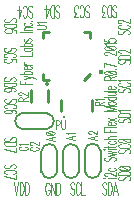
<source format=gto>
G04 DipTrace 2.4.0.2*
%INi2cswitch.gto*%
%MOMM*%
%ADD10C,0.25*%
%ADD15C,0.152*%
%ADD24O,0.33X0.322*%
%ADD27O,0.377X0.312*%
%ADD32O,0.4X0.437*%
%ADD58C,0.118*%
%ADD59C,0.111*%
%FSLAX53Y53*%
G04*
G71*
G90*
G75*
G01*
%LNTopSilk*%
%LPD*%
X15452Y15889D2*
D15*
G02X16802Y15889I675J-80D01*
G01*
Y14187D2*
G02X15452Y14187I-675J80D01*
G01*
X16802Y14149D2*
Y15927D1*
X15452Y14149D2*
Y15927D1*
X17285Y15887D2*
G02X18635Y15887I675J-80D01*
G01*
Y14184D2*
G02X17285Y14184I-675J80D01*
G01*
X18635Y14146D2*
Y15924D1*
X17285Y14146D2*
Y15924D1*
X19116Y15916D2*
G02X20466Y15916I675J-80D01*
G01*
Y14213D2*
G02X19116Y14213I-675J80D01*
G01*
X20466Y14175D2*
Y15953D1*
X19116Y14175D2*
Y15953D1*
X17144Y19310D2*
D10*
Y20210D1*
X19744Y19310D2*
Y20210D1*
D24*
X17375Y18749D3*
X16008Y21054D2*
D10*
Y20054D1*
X14608Y21054D2*
Y20054D1*
D27*
X15929Y21525D3*
D32*
X20497Y22571D3*
X19580Y22427D2*
D10*
X19080Y21926D1*
X16080D2*
X15580D1*
Y22427D1*
Y25426D2*
Y25927D1*
X16080D1*
X19580Y25426D2*
Y25927D1*
X19080D1*
X13832Y17755D2*
D15*
G02X13832Y19105I80J675D01*
G01*
X15907D2*
G02X15907Y17755I-80J-675D01*
G01*
X15869Y19105D2*
X13870D1*
X15869Y17755D2*
X13870D1*
X16589Y17113D2*
D58*
X15824Y16938D1*
X16589Y16763D1*
X16334Y16829D2*
Y17048D1*
X15825Y17386D2*
X15861Y17320D1*
X15970Y17276D1*
X16152Y17255D1*
X16262D1*
X16444Y17276D1*
X16553Y17320D1*
X16589Y17386D1*
Y17429D1*
X16553Y17495D1*
X16444Y17539D1*
X16262Y17561D1*
X16152D1*
X15970Y17539D1*
X15861Y17495D1*
X15825Y17429D1*
Y17386D1*
X15970Y17539D2*
X16444Y17276D1*
X18335Y17202D2*
X17570Y17026D1*
X18335Y16852D1*
X18080Y16917D2*
Y17136D1*
X17716Y17343D2*
X17679Y17387D1*
X17571Y17453D1*
X18335D1*
X20207Y17175D2*
X19441Y16999D1*
X20207Y16824D1*
X19952Y16890D2*
Y17109D1*
X19624Y17338D2*
X19588D1*
X19515Y17360D1*
X19478Y17382D1*
X19442Y17426D1*
Y17513D1*
X19478Y17556D1*
X19515Y17578D1*
X19588Y17600D1*
X19660D1*
X19734Y17578D1*
X19842Y17535D1*
X20207Y17316D1*
Y17622D1*
X13706Y16267D2*
X13634Y16246D1*
X13560Y16202D1*
X13524Y16158D1*
Y16071D1*
X13560Y16027D1*
X13634Y15983D1*
X13706Y15961D1*
X13815Y15939D1*
X13998D1*
X14107Y15961D1*
X14180Y15983D1*
X14253Y16027D1*
X14290Y16071D1*
Y16158D1*
X14253Y16202D1*
X14180Y16246D1*
X14107Y16267D1*
X13671Y16409D2*
X13634Y16453D1*
X13525Y16518D1*
X14290D1*
X14633Y16250D2*
X14561Y16228D1*
X14487Y16184D1*
X14451Y16140D1*
Y16053D1*
X14487Y16009D1*
X14561Y15965D1*
X14633Y15943D1*
X14743Y15922D1*
X14925D1*
X15034Y15943D1*
X15107Y15965D1*
X15180Y16009D1*
X15217Y16053D1*
Y16140D1*
X15180Y16184D1*
X15107Y16228D1*
X15034Y16250D1*
X14634Y16413D2*
X14598D1*
X14524Y16435D1*
X14488Y16456D1*
X14452Y16500D1*
Y16588D1*
X14488Y16631D1*
X14524Y16653D1*
X14598Y16675D1*
X14670D1*
X14743Y16653D1*
X14852Y16610D1*
X15217Y16391D1*
Y16697D1*
X20351Y19760D2*
Y19957D1*
X20314Y20023D1*
X20277Y20045D1*
X20205Y20067D1*
X20132D1*
X20059Y20045D1*
X20022Y20023D1*
X19986Y19957D1*
Y19760D1*
X20752D1*
X20351Y19913D2*
X20752Y20067D1*
X20133Y20208D2*
X20095Y20252D1*
X19987Y20317D1*
X20752D1*
X13883Y20125D2*
Y20321D1*
X13846Y20387D1*
X13810Y20409D1*
X13738Y20431D1*
X13664D1*
X13592Y20409D1*
X13555Y20387D1*
X13519Y20321D1*
Y20125D1*
X14284D1*
X13883Y20278D2*
X14284Y20431D1*
X13701Y20594D2*
X13665D1*
X13592Y20616D1*
X13556Y20638D1*
X13519Y20682D1*
Y20769D1*
X13556Y20813D1*
X13592Y20834D1*
X13665Y20857D1*
X13738D1*
X13811Y20834D1*
X13920Y20791D1*
X14284Y20572D1*
Y20878D1*
X15092Y26229D2*
X15638D1*
X15748Y26251D1*
X15820Y26295D1*
X15857Y26360D1*
Y26404D1*
X15820Y26470D1*
X15748Y26513D1*
X15638Y26535D1*
X15092D1*
X15238Y26676D2*
X15201Y26720D1*
X15092Y26786D1*
X15857D1*
X16696Y18111D2*
X16893D1*
X16958Y18147D1*
X16980Y18184D1*
X17002Y18256D1*
Y18366D1*
X16980Y18438D1*
X16958Y18475D1*
X16893Y18511D1*
X16696D1*
Y17746D1*
X17143Y18511D2*
Y17965D1*
X17165Y17855D1*
X17209Y17783D1*
X17275Y17746D1*
X17318D1*
X17384Y17783D1*
X17428Y17855D1*
X17449Y17965D1*
Y18511D1*
X20960Y13082D2*
D59*
X20911Y13180D1*
X20838Y13228D1*
X20741D1*
X20668Y13180D1*
X20619Y13082D1*
Y12986D1*
X20644Y12888D1*
X20668Y12840D1*
X20717Y12791D1*
X20863Y12694D1*
X20911Y12645D1*
X20936Y12596D1*
X20960Y12499D1*
Y12353D1*
X20911Y12257D1*
X20838Y12207D1*
X20741D1*
X20668Y12257D1*
X20619Y12353D1*
X21071Y13228D2*
Y12207D1*
X21241D1*
X21314Y12257D1*
X21363Y12353D1*
X21387Y12451D1*
X21411Y12596D1*
Y12840D1*
X21387Y12986D1*
X21363Y13082D1*
X21314Y13180D1*
X21241Y13228D1*
X21071D1*
X21911Y12207D2*
X21716Y13228D1*
X21522Y12207D1*
X21595Y12548D2*
X21838D1*
X18242Y13085D2*
X18194Y13182D1*
X18121Y13231D1*
X18024D1*
X17951Y13182D1*
X17902Y13085D1*
Y12988D1*
X17927Y12890D1*
X17951Y12842D1*
X17999Y12794D1*
X18145Y12696D1*
X18194Y12648D1*
X18218Y12598D1*
X18242Y12502D1*
Y12356D1*
X18194Y12259D1*
X18121Y12210D1*
X18024D1*
X17951Y12259D1*
X17902Y12356D1*
X18718Y12988D2*
X18694Y13085D1*
X18645Y13182D1*
X18596Y13231D1*
X18499D1*
X18450Y13182D1*
X18402Y13085D1*
X18377Y12988D1*
X18353Y12842D1*
Y12598D1*
X18377Y12454D1*
X18402Y12356D1*
X18450Y12259D1*
X18499Y12210D1*
X18596D1*
X18645Y12259D1*
X18694Y12356D1*
X18718Y12454D1*
X18829Y13231D2*
Y12210D1*
X19120D1*
X22123Y23605D2*
X22026Y23556D1*
X21977Y23483D1*
Y23386D1*
X22026Y23313D1*
X22123Y23264D1*
X22220D1*
X22318Y23289D1*
X22366Y23313D1*
X22414Y23362D1*
X22512Y23508D1*
X22560Y23556D1*
X22610Y23581D1*
X22706Y23605D1*
X22852D1*
X22949Y23556D1*
X22998Y23483D1*
Y23386D1*
X22949Y23313D1*
X22852Y23264D1*
X21977Y23716D2*
X22998D1*
Y23886D1*
X22949Y23959D1*
X22852Y24008D1*
X22754Y24032D1*
X22610Y24056D1*
X22366D1*
X22220Y24032D1*
X22123Y24008D1*
X22026Y23959D1*
X21977Y23886D1*
Y23716D1*
X22221Y24192D2*
X22173D1*
X22075Y24216D1*
X22027Y24240D1*
X21978Y24289D1*
Y24386D1*
X22027Y24434D1*
X22075Y24459D1*
X22173Y24483D1*
X22269D1*
X22367Y24459D1*
X22512Y24410D1*
X22998Y24167D1*
Y24507D1*
X22069Y26112D2*
X21971Y26063D1*
X21923Y25990D1*
Y25893D1*
X21971Y25820D1*
X22069Y25771D1*
X22166D1*
X22263Y25796D1*
X22312Y25820D1*
X22360Y25868D1*
X22458Y26014D1*
X22506Y26063D1*
X22555Y26087D1*
X22652Y26112D1*
X22798D1*
X22895Y26063D1*
X22944Y25990D1*
Y25893D1*
X22895Y25820D1*
X22798Y25771D1*
X22166Y26587D2*
X22069Y26563D1*
X21971Y26514D1*
X21923Y26466D1*
Y26369D1*
X21971Y26320D1*
X22069Y26272D1*
X22166Y26247D1*
X22312Y26223D1*
X22555D1*
X22700Y26247D1*
X22798Y26272D1*
X22895Y26320D1*
X22944Y26369D1*
Y26466D1*
X22895Y26514D1*
X22798Y26563D1*
X22700Y26587D1*
X22167Y26723D2*
X22119D1*
X22021Y26747D1*
X21973Y26771D1*
X21924Y26820D1*
Y26917D1*
X21973Y26966D1*
X22021Y26990D1*
X22119Y27014D1*
X22215D1*
X22313Y26990D1*
X22458Y26941D1*
X22944Y26698D1*
Y27039D1*
X21468Y27377D2*
X21516Y27280D1*
X21589Y27231D1*
X21686D1*
X21759Y27280D1*
X21808Y27377D1*
Y27474D1*
X21783Y27572D1*
X21759Y27620D1*
X21711Y27668D1*
X21565Y27766D1*
X21516Y27814D1*
X21492Y27864D1*
X21468Y27960D1*
Y28106D1*
X21516Y28203D1*
X21589Y28252D1*
X21686D1*
X21759Y28203D1*
X21808Y28106D1*
X21356Y27231D2*
Y28252D1*
X21186D1*
X21113Y28203D1*
X21064Y28106D1*
X21040Y28008D1*
X21016Y27864D1*
Y27620D1*
X21040Y27474D1*
X21064Y27377D1*
X21113Y27280D1*
X21186Y27231D1*
X21356D1*
X20856Y27232D2*
X20589D1*
X20735Y27621D1*
X20662D1*
X20614Y27669D1*
X20589Y27718D1*
X20565Y27864D1*
Y27960D1*
X20589Y28106D1*
X20638Y28204D1*
X20711Y28252D1*
X20784D1*
X20856Y28204D1*
X20880Y28154D1*
X20905Y28058D1*
X19162Y27349D2*
X19210Y27251D1*
X19283Y27203D1*
X19380D1*
X19453Y27251D1*
X19502Y27349D1*
Y27445D1*
X19478Y27543D1*
X19453Y27591D1*
X19405Y27640D1*
X19259Y27737D1*
X19210Y27786D1*
X19186Y27835D1*
X19162Y27932D1*
Y28078D1*
X19210Y28174D1*
X19283Y28224D1*
X19380D1*
X19453Y28174D1*
X19502Y28078D1*
X18686Y27445D2*
X18711Y27349D1*
X18759Y27251D1*
X18808Y27203D1*
X18905D1*
X18954Y27251D1*
X19002Y27349D1*
X19027Y27445D1*
X19051Y27591D1*
Y27835D1*
X19027Y27980D1*
X19002Y28078D1*
X18954Y28174D1*
X18905Y28224D1*
X18808D1*
X18759Y28174D1*
X18711Y28078D1*
X18686Y27980D1*
X18527Y27204D2*
X18260D1*
X18405Y27593D1*
X18332D1*
X18284Y27641D1*
X18260Y27689D1*
X18235Y27835D1*
Y27932D1*
X18260Y28078D1*
X18308Y28175D1*
X18381Y28224D1*
X18454D1*
X18527Y28175D1*
X18551Y28126D1*
X18575Y28029D1*
X22100Y18667D2*
X22002Y18618D1*
X21954Y18545D1*
Y18448D1*
X22002Y18375D1*
X22100Y18326D1*
X22196D1*
X22294Y18351D1*
X22342Y18375D1*
X22391Y18424D1*
X22488Y18570D1*
X22537Y18618D1*
X22586Y18643D1*
X22683Y18667D1*
X22829D1*
X22925Y18618D1*
X22975Y18545D1*
Y18448D1*
X22925Y18375D1*
X22829Y18326D1*
X21954Y18778D2*
X22975D1*
Y18948D1*
X22925Y19021D1*
X22829Y19070D1*
X22731Y19094D1*
X22586Y19118D1*
X22342D1*
X22196Y19094D1*
X22100Y19070D1*
X22002Y19021D1*
X21954Y18948D1*
Y18778D1*
X22149Y19229D2*
X22100Y19278D1*
X21955Y19351D1*
X22975D1*
X22103Y21222D2*
X22005Y21174D1*
X21957Y21101D1*
Y21004D1*
X22005Y20931D1*
X22103Y20882D1*
X22200D1*
X22297Y20907D1*
X22346Y20931D1*
X22394Y20979D1*
X22492Y21125D1*
X22540Y21174D1*
X22589Y21198D1*
X22686Y21222D1*
X22832D1*
X22929Y21174D1*
X22978Y21101D1*
Y21004D1*
X22929Y20931D1*
X22832Y20882D1*
X22200Y21698D2*
X22103Y21674D1*
X22005Y21625D1*
X21957Y21577D1*
Y21479D1*
X22005Y21431D1*
X22103Y21382D1*
X22200Y21358D1*
X22346Y21333D1*
X22589D1*
X22734Y21358D1*
X22832Y21382D1*
X22929Y21431D1*
X22978Y21479D1*
Y21577D1*
X22929Y21625D1*
X22832Y21674D1*
X22734Y21698D1*
X22153Y21809D2*
X22103Y21858D1*
X21958Y21931D1*
X22978D1*
X22118Y13738D2*
X22020Y13690D1*
X21972Y13617D1*
Y13520D1*
X22020Y13447D1*
X22118Y13398D1*
X22214D1*
X22312Y13423D1*
X22360Y13447D1*
X22408Y13495D1*
X22506Y13641D1*
X22554Y13690D1*
X22604Y13714D1*
X22700Y13738D1*
X22846D1*
X22943Y13690D1*
X22992Y13617D1*
Y13520D1*
X22943Y13447D1*
X22846Y13398D1*
X21972Y13849D2*
X22992D1*
Y14020D1*
X22943Y14093D1*
X22846Y14141D1*
X22749Y14166D1*
X22604Y14190D1*
X22360D1*
X22214Y14166D1*
X22118Y14141D1*
X22020Y14093D1*
X21972Y14020D1*
Y13849D1*
X21973Y14447D2*
X22021Y14374D1*
X22167Y14325D1*
X22410Y14301D1*
X22556D1*
X22798Y14325D1*
X22944Y14374D1*
X22992Y14447D1*
Y14495D1*
X22944Y14568D1*
X22798Y14616D1*
X22556Y14641D1*
X22410D1*
X22167Y14616D1*
X22021Y14568D1*
X21973Y14495D1*
Y14447D1*
X22167Y14616D2*
X22798Y14325D1*
X22127Y16023D2*
X22029Y15975D1*
X21981Y15902D1*
Y15805D1*
X22029Y15732D1*
X22127Y15683D1*
X22223D1*
X22321Y15708D1*
X22369Y15732D1*
X22418Y15780D1*
X22515Y15926D1*
X22564Y15975D1*
X22613Y15999D1*
X22710Y16023D1*
X22856D1*
X22952Y15975D1*
X23002Y15902D1*
Y15805D1*
X22952Y15732D1*
X22856Y15683D1*
X22223Y16499D2*
X22127Y16475D1*
X22029Y16426D1*
X21981Y16377D1*
Y16280D1*
X22029Y16231D1*
X22127Y16183D1*
X22223Y16158D1*
X22369Y16134D1*
X22613D1*
X22758Y16158D1*
X22856Y16183D1*
X22952Y16231D1*
X23002Y16280D1*
Y16377D1*
X22952Y16426D1*
X22856Y16475D1*
X22758Y16499D1*
X21982Y16756D2*
X22030Y16683D1*
X22176Y16634D1*
X22419Y16610D1*
X22565D1*
X22807Y16634D1*
X22953Y16683D1*
X23002Y16756D1*
Y16804D1*
X22953Y16877D1*
X22807Y16925D1*
X22565Y16950D1*
X22419D1*
X22176Y16925D1*
X22030Y16877D1*
X21982Y16804D1*
Y16756D1*
X22176Y16925D2*
X22807Y16634D1*
X16156Y12983D2*
X16132Y13080D1*
X16083Y13178D1*
X16035Y13226D1*
X15938D1*
X15889Y13178D1*
X15841Y13080D1*
X15816Y12983D1*
X15792Y12837D1*
Y12594D1*
X15816Y12449D1*
X15841Y12351D1*
X15889Y12254D1*
X15938Y12205D1*
X16035D1*
X16083Y12254D1*
X16132Y12351D1*
X16156Y12449D1*
Y12594D1*
X16035D1*
X16608Y13226D2*
Y12205D1*
X16267Y13226D1*
Y12205D1*
X16719Y13226D2*
Y12205D1*
X16889D1*
X16962Y12254D1*
X17011Y12351D1*
X17035Y12449D1*
X17059Y12594D1*
Y12837D1*
X17035Y12983D1*
X17011Y13080D1*
X16962Y13178D1*
X16889Y13226D1*
X16719D1*
X13113Y13227D2*
X13307Y12206D1*
X13502Y13227D1*
X13613D2*
Y12206D1*
X13783D1*
X13856Y12255D1*
X13905Y12352D1*
X13929Y12450D1*
X13953Y12595D1*
Y12838D1*
X13929Y12984D1*
X13905Y13081D1*
X13856Y13179D1*
X13783Y13227D1*
X13613D1*
X14064D2*
Y12206D1*
X14234D1*
X14307Y12255D1*
X14356Y12352D1*
X14380Y12450D1*
X14405Y12595D1*
Y12838D1*
X14380Y12984D1*
X14356Y13081D1*
X14307Y13179D1*
X14234Y13227D1*
X14064D1*
X16637Y27340D2*
X16685Y27242D1*
X16758Y27194D1*
X16855D1*
X16928Y27242D1*
X16977Y27340D1*
Y27436D1*
X16952Y27534D1*
X16928Y27582D1*
X16880Y27630D1*
X16734Y27728D1*
X16685Y27776D1*
X16661Y27826D1*
X16637Y27922D1*
Y28068D1*
X16685Y28165D1*
X16758Y28214D1*
X16855D1*
X16928Y28165D1*
X16977Y28068D1*
X16526Y27194D2*
Y28214D1*
X16356D1*
X16283Y28165D1*
X16234Y28068D1*
X16210Y27971D1*
X16185Y27826D1*
Y27582D1*
X16210Y27436D1*
X16234Y27340D1*
X16283Y27242D1*
X16356Y27194D1*
X16526D1*
X15831Y28214D2*
Y27195D1*
X16074Y27874D1*
X15710D1*
X14351Y27333D2*
X14399Y27235D1*
X14472Y27187D1*
X14569D1*
X14642Y27235D1*
X14691Y27333D1*
Y27429D1*
X14666Y27527D1*
X14642Y27575D1*
X14594Y27624D1*
X14448Y27721D1*
X14399Y27770D1*
X14375Y27819D1*
X14351Y27916D1*
Y28062D1*
X14399Y28158D1*
X14472Y28208D1*
X14569D1*
X14642Y28158D1*
X14691Y28062D1*
X13875Y27429D2*
X13899Y27333D1*
X13948Y27235D1*
X13996Y27187D1*
X14094D1*
X14142Y27235D1*
X14191Y27333D1*
X14215Y27429D1*
X14240Y27575D1*
Y27819D1*
X14215Y27964D1*
X14191Y28062D1*
X14142Y28158D1*
X14094Y28208D1*
X13996D1*
X13948Y28158D1*
X13899Y28062D1*
X13875Y27964D1*
X13521Y28208D2*
Y27188D1*
X13764Y27867D1*
X13400D1*
X13184Y26775D2*
X13281Y26823D1*
X13330Y26896D1*
Y26993D1*
X13281Y27066D1*
X13184Y27115D1*
X13087D1*
X12989Y27090D1*
X12941Y27066D1*
X12893Y27018D1*
X12795Y26872D1*
X12747Y26823D1*
X12697Y26799D1*
X12601Y26775D1*
X12455D1*
X12358Y26823D1*
X12309Y26896D1*
Y26993D1*
X12358Y27066D1*
X12455Y27115D1*
X13330Y26663D2*
X12309D1*
Y26493D1*
X12358Y26420D1*
X12455Y26371D1*
X12553Y26347D1*
X12697Y26323D1*
X12941D1*
X13087Y26347D1*
X13184Y26371D1*
X13281Y26420D1*
X13330Y26493D1*
Y26663D1*
X13329Y25921D2*
Y26163D1*
X12892Y26187D1*
X12940Y26163D1*
X12989Y26090D1*
Y26018D1*
X12940Y25945D1*
X12843Y25896D1*
X12697Y25872D1*
X12601D1*
X12455Y25896D1*
X12357Y25945D1*
X12309Y26018D1*
Y26090D1*
X12357Y26163D1*
X12407Y26187D1*
X12503Y26212D1*
X13159Y24296D2*
X13257Y24344D1*
X13305Y24417D1*
Y24514D1*
X13257Y24587D1*
X13159Y24636D1*
X13062D1*
X12965Y24612D1*
X12916Y24587D1*
X12868Y24539D1*
X12770Y24393D1*
X12722Y24344D1*
X12673Y24320D1*
X12576Y24296D1*
X12430D1*
X12334Y24344D1*
X12284Y24417D1*
Y24514D1*
X12334Y24587D1*
X12430Y24636D1*
X13062Y23820D2*
X13159Y23845D1*
X13257Y23893D1*
X13305Y23942D1*
Y24039D1*
X13257Y24088D1*
X13159Y24136D1*
X13062Y24161D1*
X12916Y24185D1*
X12673D1*
X12528Y24161D1*
X12430Y24136D1*
X12334Y24088D1*
X12284Y24039D1*
Y23942D1*
X12334Y23893D1*
X12430Y23845D1*
X12528Y23820D1*
X13304Y23418D2*
Y23660D1*
X12867Y23685D1*
X12915Y23660D1*
X12965Y23587D1*
Y23515D1*
X12915Y23442D1*
X12819Y23393D1*
X12673Y23369D1*
X12576D1*
X12430Y23393D1*
X12332Y23442D1*
X12284Y23515D1*
Y23587D1*
X12332Y23660D1*
X12382Y23685D1*
X12478Y23709D1*
X13155Y21791D2*
X13252Y21839D1*
X13301Y21912D1*
Y22009D1*
X13252Y22082D1*
X13155Y22131D1*
X13058D1*
X12960Y22107D1*
X12912Y22082D1*
X12864Y22034D1*
X12766Y21888D1*
X12718Y21839D1*
X12668Y21815D1*
X12572Y21791D1*
X12426D1*
X12329Y21839D1*
X12280Y21912D1*
Y22009D1*
X12329Y22082D1*
X12426Y22131D1*
X13301Y21680D2*
X12280D1*
Y21510D1*
X12329Y21437D1*
X12426Y21388D1*
X12523Y21364D1*
X12668Y21340D1*
X12912D1*
X13058Y21364D1*
X13155Y21388D1*
X13252Y21437D1*
X13301Y21510D1*
Y21680D1*
X13155Y20937D2*
X13251Y20961D1*
X13299Y21034D1*
Y21082D1*
X13251Y21155D1*
X13105Y21204D1*
X12863Y21228D1*
X12620D1*
X12426Y21204D1*
X12328Y21155D1*
X12280Y21082D1*
Y21058D1*
X12328Y20986D1*
X12426Y20937D1*
X12572Y20913D1*
X12620D1*
X12766Y20937D1*
X12863Y20986D1*
X12911Y21058D1*
Y21082D1*
X12863Y21155D1*
X12766Y21204D1*
X12620Y21228D1*
X13187Y19973D2*
X13285Y20021D1*
X13333Y20094D1*
Y20191D1*
X13285Y20264D1*
X13187Y20313D1*
X13091D1*
X12993Y20288D1*
X12945Y20264D1*
X12896Y20216D1*
X12799Y20070D1*
X12750Y20021D1*
X12701Y19997D1*
X12604Y19973D1*
X12458D1*
X12362Y20021D1*
X12312Y20094D1*
Y20191D1*
X12362Y20264D1*
X12458Y20313D1*
X13091Y19497D2*
X13187Y19521D1*
X13285Y19570D1*
X13333Y19618D1*
Y19716D1*
X13285Y19764D1*
X13187Y19813D1*
X13091Y19837D1*
X12945Y19862D1*
X12701D1*
X12556Y19837D1*
X12458Y19813D1*
X12362Y19764D1*
X12312Y19716D1*
Y19618D1*
X12362Y19570D1*
X12458Y19521D1*
X12556Y19497D1*
X13187Y19095D2*
X13284Y19119D1*
X13332Y19192D1*
Y19240D1*
X13284Y19313D1*
X13138Y19362D1*
X12895Y19386D1*
X12653D1*
X12458Y19362D1*
X12361Y19313D1*
X12312Y19240D1*
Y19216D1*
X12361Y19143D1*
X12458Y19095D1*
X12604Y19070D1*
X12653D1*
X12799Y19095D1*
X12895Y19143D1*
X12944Y19216D1*
Y19240D1*
X12895Y19313D1*
X12799Y19362D1*
X12653Y19386D1*
X13185Y16732D2*
X13283Y16780D1*
X13331Y16853D1*
Y16951D1*
X13283Y17024D1*
X13185Y17072D1*
X13088D1*
X12991Y17048D1*
X12942Y17024D1*
X12894Y16975D1*
X12796Y16829D1*
X12748Y16780D1*
X12699Y16756D1*
X12602Y16732D1*
X12456D1*
X12360Y16780D1*
X12310Y16853D1*
Y16951D1*
X12360Y17024D1*
X12456Y17072D1*
X13331Y16621D2*
X12310D1*
Y16451D1*
X12360Y16378D1*
X12456Y16329D1*
X12554Y16305D1*
X12699Y16281D1*
X12942D1*
X13088Y16305D1*
X13185Y16329D1*
X13283Y16378D1*
X13331Y16451D1*
Y16621D1*
X12310Y16072D2*
X13330Y15829D1*
Y16170D1*
X13166Y14427D2*
X13264Y14475D1*
X13312Y14548D1*
Y14645D1*
X13264Y14718D1*
X13166Y14767D1*
X13069D1*
X12972Y14742D1*
X12923Y14718D1*
X12875Y14670D1*
X12777Y14524D1*
X12729Y14475D1*
X12680Y14451D1*
X12583Y14427D1*
X12437D1*
X12341Y14475D1*
X12291Y14548D1*
Y14645D1*
X12341Y14718D1*
X12437Y14767D1*
X13069Y13951D2*
X13166Y13975D1*
X13264Y14024D1*
X13312Y14072D1*
Y14170D1*
X13264Y14218D1*
X13166Y14267D1*
X13069Y14291D1*
X12923Y14316D1*
X12680D1*
X12535Y14291D1*
X12437Y14267D1*
X12341Y14218D1*
X12291Y14170D1*
Y14072D1*
X12341Y14024D1*
X12437Y13975D1*
X12535Y13951D1*
X12291Y13743D2*
X13311Y13500D1*
Y13840D1*
X20753Y13589D2*
X20801Y13613D1*
X20753Y13638D1*
X20703Y13613D1*
X20753Y13589D1*
X21093Y13613D2*
X21774D1*
X20996Y13773D2*
X20948D1*
X20850Y13797D1*
X20802Y13822D1*
X20754Y13870D1*
Y13968D1*
X20802Y14016D1*
X20850Y14040D1*
X20948Y14065D1*
X21045D1*
X21142Y14040D1*
X21287Y13992D1*
X21774Y13749D1*
Y14089D1*
X21239Y14492D2*
X21141Y14443D1*
X21093Y14394D1*
Y14322D1*
X21141Y14273D1*
X21239Y14225D1*
X21385Y14200D1*
X21482D1*
X21628Y14225D1*
X21724Y14273D1*
X21774Y14322D1*
Y14394D1*
X21724Y14443D1*
X21628Y14492D1*
X20899Y15391D2*
X20801Y15343D1*
X20753Y15270D1*
Y15173D1*
X20801Y15100D1*
X20899Y15051D1*
X20995D1*
X21093Y15076D1*
X21141Y15100D1*
X21190Y15148D1*
X21287Y15294D1*
X21336Y15343D1*
X21385Y15367D1*
X21482Y15391D1*
X21628D1*
X21724Y15343D1*
X21774Y15270D1*
Y15173D1*
X21724Y15100D1*
X21628Y15051D1*
X21093Y15503D2*
X21774Y15600D1*
X21093Y15697D1*
X21774Y15794D1*
X21093Y15891D1*
X20753Y16002D2*
X20801Y16026D1*
X20753Y16051D1*
X20703Y16026D1*
X20753Y16002D1*
X21093Y16026D2*
X21774D1*
X20753Y16235D2*
X21579D1*
X21724Y16259D1*
X21774Y16308D1*
Y16357D1*
X21093Y16162D2*
Y16332D1*
X21239Y16760D2*
X21141Y16711D1*
X21093Y16662D1*
Y16589D1*
X21141Y16541D1*
X21239Y16492D1*
X21385Y16468D1*
X21482D1*
X21628Y16492D1*
X21724Y16541D1*
X21774Y16589D1*
Y16662D1*
X21724Y16711D1*
X21628Y16760D1*
X20753Y16871D2*
X21774D1*
X21287D2*
X21141Y16944D1*
X21093Y16993D1*
Y17066D1*
X21141Y17114D1*
X21287Y17138D1*
X21774D1*
X20744Y17831D2*
Y17515D1*
X21765D1*
X21231D2*
Y17709D1*
X20744Y17942D2*
X21765D1*
X21377Y18053D2*
Y18345D1*
X21279D1*
X21181Y18320D1*
X21133Y18296D1*
X21085Y18247D1*
Y18174D1*
X21133Y18126D1*
X21231Y18077D1*
X21377Y18053D1*
X21473D1*
X21619Y18077D1*
X21716Y18126D1*
X21765Y18174D1*
Y18247D1*
X21716Y18296D1*
X21619Y18345D1*
X21085Y18456D2*
X21765Y18723D1*
X21085D2*
X21765Y18456D1*
Y19671D2*
X20744D1*
X21765Y19476D1*
X20744Y19282D1*
X21765D1*
X21085Y19903D2*
X21133Y19855D1*
X21231Y19806D1*
X21377Y19782D1*
X21473D1*
X21619Y19806D1*
X21716Y19855D1*
X21765Y19903D1*
Y19976D1*
X21716Y20025D1*
X21619Y20073D1*
X21473Y20098D1*
X21377D1*
X21231Y20073D1*
X21133Y20025D1*
X21085Y19976D1*
Y19903D1*
X20744Y20501D2*
X21765D1*
X21231D2*
X21133Y20452D1*
X21085Y20403D1*
Y20330D1*
X21133Y20282D1*
X21231Y20233D1*
X21377Y20209D1*
X21473D1*
X21619Y20233D1*
X21716Y20282D1*
X21765Y20330D1*
Y20403D1*
X21716Y20452D1*
X21619Y20501D1*
X21085Y20612D2*
X21571D1*
X21716Y20636D1*
X21765Y20685D1*
Y20758D1*
X21716Y20806D1*
X21571Y20879D1*
X21085D2*
X21765D1*
X20744Y20990D2*
X21765D1*
X21377Y21101D2*
Y21393D1*
X21279D1*
X21181Y21368D1*
X21133Y21344D1*
X21085Y21295D1*
Y21222D1*
X21133Y21174D1*
X21231Y21125D1*
X21377Y21101D1*
X21473D1*
X21619Y21125D1*
X21716Y21174D1*
X21765Y21222D1*
Y21295D1*
X21716Y21344D1*
X21619Y21393D1*
X21259Y21904D2*
Y22123D1*
X21210Y22196D1*
X21161Y22220D1*
X21065Y22245D1*
X20967D1*
X20870Y22220D1*
X20821Y22196D1*
X20773Y22123D1*
Y21904D1*
X21794D1*
X21259Y22074D2*
X21794Y22245D1*
X20774Y22502D2*
X20822Y22429D1*
X20968Y22380D1*
X21211Y22356D1*
X21357D1*
X21599Y22380D1*
X21745Y22429D1*
X21794Y22502D1*
Y22550D1*
X21745Y22623D1*
X21599Y22671D1*
X21357Y22696D1*
X21211D1*
X20968Y22671D1*
X20822Y22623D1*
X20774Y22550D1*
Y22502D1*
X20968Y22671D2*
X21599Y22380D1*
X21696Y22831D2*
X21745Y22807D1*
X21794Y22831D1*
X21745Y22856D1*
X21696Y22831D1*
X21794Y23064D2*
X20774Y23307D1*
Y22967D1*
X21000Y24012D2*
X20951D1*
X20854Y24036D1*
X20805Y24060D1*
X20757Y24109D1*
Y24206D1*
X20805Y24255D1*
X20854Y24279D1*
X20951Y24304D1*
X21048D1*
X21146Y24279D1*
X21290Y24231D1*
X21777Y23987D1*
Y24328D1*
X20757Y24585D2*
X20805Y24512D1*
X20951Y24463D1*
X21194Y24439D1*
X21340D1*
X21582Y24463D1*
X21728Y24512D1*
X21777Y24585D1*
Y24633D1*
X21728Y24706D1*
X21582Y24754D1*
X21340Y24779D1*
X21194D1*
X20951Y24754D1*
X20805Y24706D1*
X20757Y24633D1*
Y24585D1*
X20951Y24754D2*
X21582Y24463D1*
X20951Y24890D2*
X20902Y24939D1*
X20757Y25012D1*
X21777D1*
X20757Y25415D2*
Y25172D1*
X21194Y25148D1*
X21146Y25172D1*
X21096Y25245D1*
Y25317D1*
X21146Y25390D1*
X21242Y25439D1*
X21388Y25463D1*
X21485D1*
X21631Y25439D1*
X21728Y25390D1*
X21777Y25317D1*
Y25245D1*
X21728Y25172D1*
X21679Y25148D1*
X21582Y25123D1*
X13617Y21855D2*
Y21539D1*
X14638D1*
X14103D2*
Y21733D1*
X13957Y21991D2*
X14638Y22136D1*
X14832Y22088D1*
X14930Y22039D1*
X14978Y21991D1*
Y21966D1*
X13957Y22282D2*
X14638Y22136D1*
X13617Y22393D2*
X14638D1*
X14103D2*
X14005Y22442D1*
X13957Y22490D1*
Y22563D1*
X14005Y22612D1*
X14103Y22661D1*
X14249Y22685D1*
X14346D1*
X14492Y22661D1*
X14588Y22612D1*
X14638Y22563D1*
Y22490D1*
X14588Y22442D1*
X14492Y22393D1*
X14249Y22796D2*
Y23087D1*
X14151D1*
X14054Y23063D1*
X14005Y23039D1*
X13957Y22990D1*
Y22917D1*
X14005Y22869D1*
X14103Y22820D1*
X14249Y22796D1*
X14346D1*
X14492Y22820D1*
X14588Y22869D1*
X14638Y22917D1*
Y22990D1*
X14588Y23039D1*
X14492Y23087D1*
X13957Y23198D2*
X14638D1*
X14249D2*
X14103Y23223D1*
X14005Y23271D1*
X13957Y23320D1*
Y23393D1*
X13617Y23952D2*
X14638D1*
Y24244D1*
X13957Y24646D2*
X14638D1*
X14103D2*
X14005Y24598D1*
X13957Y24549D1*
Y24477D1*
X14005Y24428D1*
X14103Y24380D1*
X14249Y24355D1*
X14346D1*
X14492Y24380D1*
X14588Y24428D1*
X14638Y24477D1*
Y24549D1*
X14588Y24598D1*
X14492Y24646D1*
X13617Y24758D2*
X14638D1*
X14103D2*
X14005Y24806D1*
X13957Y24855D1*
Y24928D1*
X14005Y24976D1*
X14103Y25025D1*
X14249Y25049D1*
X14346D1*
X14492Y25025D1*
X14588Y24976D1*
X14638Y24928D1*
Y24855D1*
X14588Y24806D1*
X14492Y24758D1*
X14103Y25427D2*
X14005Y25403D1*
X13957Y25330D1*
Y25257D1*
X14005Y25184D1*
X14103Y25160D1*
X14200Y25184D1*
X14249Y25233D1*
X14297Y25354D1*
X14346Y25403D1*
X14443Y25427D1*
X14492D1*
X14588Y25403D1*
X14638Y25330D1*
Y25257D1*
X14588Y25184D1*
X14492Y25160D1*
X13617Y25987D2*
X14638D1*
X13957Y26098D2*
X14638D1*
X14151D2*
X14005Y26171D1*
X13957Y26219D1*
Y26292D1*
X14005Y26341D1*
X14151Y26365D1*
X14638D1*
X14103Y26768D2*
X14005Y26719D1*
X13957Y26670D1*
Y26598D1*
X14005Y26549D1*
X14103Y26501D1*
X14249Y26476D1*
X14346D1*
X14492Y26501D1*
X14588Y26549D1*
X14638Y26598D1*
Y26670D1*
X14588Y26719D1*
X14492Y26768D1*
X14540Y26903D2*
X14589Y26879D1*
X14638Y26903D1*
X14589Y26928D1*
X14540Y26903D1*
M02*

</source>
